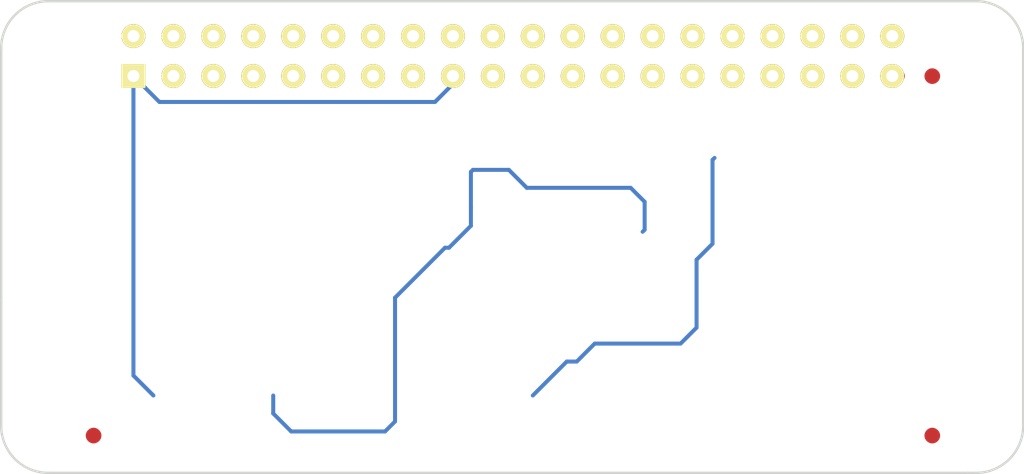
<source format=kicad_pcb>
(kicad_pcb (version 4) (host pcbnew 0.201601061458+6427~40~ubuntu14.04.1-stable)

  (general
    (links 9)
    (no_connects 8)
    (area 107.13168 71.05142 178.28088 115.508421)
    (thickness 1.6)
    (drawings 12)
    (tracks 45)
    (zones 0)
    (modules 8)
    (nets 10)
  )

  (page A3)
  (layers
    (0 F.Cu signal)
    (31 B.Cu signal hide)
    (32 B.Adhes user)
    (33 F.Adhes user)
    (34 B.Paste user)
    (35 F.Paste user)
    (36 B.SilkS user)
    (37 F.SilkS user)
    (38 B.Mask user)
    (39 F.Mask user)
    (40 Dwgs.User user)
    (41 Cmts.User user)
    (42 Eco1.User user)
    (43 Eco2.User user)
    (44 Edge.Cuts user)
  )

  (setup
    (last_trace_width 0.254)
    (user_trace_width 0.6)
    (trace_clearance 0.254)
    (zone_clearance 0.508)
    (zone_45_only no)
    (trace_min 0.254)
    (segment_width 0.2)
    (edge_width 0.15)
    (via_size 0.889)
    (via_drill 0.635)
    (via_min_size 0.889)
    (via_min_drill 0.508)
    (uvia_size 0.508)
    (uvia_drill 0.127)
    (uvias_allowed no)
    (uvia_min_size 0.508)
    (uvia_min_drill 0.127)
    (pcb_text_width 0.3)
    (pcb_text_size 1 1)
    (mod_edge_width 0.15)
    (mod_text_size 1 1)
    (mod_text_width 0.15)
    (pad_size 0.97 0.97)
    (pad_drill 0.97)
    (pad_to_mask_clearance 0)
    (aux_axis_origin 117.8687 84.2645)
    (grid_origin 117.91188 84.25942)
    (visible_elements FFFFFF1F)
    (pcbplotparams
      (layerselection 0x010e8_80000001)
      (usegerberextensions true)
      (excludeedgelayer true)
      (linewidth 0.150000)
      (plotframeref false)
      (viasonmask false)
      (mode 1)
      (useauxorigin false)
      (hpglpennumber 1)
      (hpglpenspeed 20)
      (hpglpendiameter 15)
      (hpglpenoverlay 2)
      (psnegative false)
      (psa4output false)
      (plotreference false)
      (plotvalue true)
      (plotinvisibletext false)
      (padsonsilk false)
      (subtractmaskfromsilk false)
      (outputformat 1)
      (mirror false)
      (drillshape 0)
      (scaleselection 1)
      (outputdirectory ""))
  )

  (net 0 "")
  (net 1 GND)
  (net 2 "Net-(P2-Pad3)")
  (net 3 +3V3)
  (net 4 "Net-(P1-Pad4)")
  (net 5 "Net-(P1-Pad3)")
  (net 6 "Net-(P1-Pad5)")
  (net 7 "Net-(P2-Pad4)")
  (net 8 "Net-(P2-Pad5)")
  (net 9 "Net-(C5-Pad1)")

  (net_class Default "This is the default net class."
    (clearance 0.254)
    (trace_width 0.254)
    (via_dia 0.889)
    (via_drill 0.635)
    (uvia_dia 0.508)
    (uvia_drill 0.127)
    (add_net +3V3)
    (add_net GND)
    (add_net "Net-(C5-Pad1)")
    (add_net "Net-(P1-Pad3)")
    (add_net "Net-(P1-Pad4)")
    (add_net "Net-(P1-Pad5)")
    (add_net "Net-(P2-Pad3)")
    (add_net "Net-(P2-Pad4)")
    (add_net "Net-(P2-Pad5)")
  )

  (module Power:PHAT (layer F.Cu) (tedit 566C91DA) (tstamp 566C6E6A)
    (at 117.91188 82.98942 90)
    (path /5668F584)
    (fp_text reference U3 (at 0 -2.54 90) (layer F.SilkS) hide
      (effects (font (size 1 1) (thickness 0.15)))
    )
    (fp_text value HATconnector (at 0 -3.81 90) (layer F.Fab)
      (effects (font (size 1 1) (thickness 0.15)))
    )
    (pad 1 thru_hole rect (at -1.27 0 90) (size 1.524 1.524) (drill 0.762) (layers *.Cu *.Mask F.SilkS)
      (net 3 +3V3))
    (pad 2 thru_hole circle (at 1.27 0 90) (size 1.524 1.524) (drill 0.762) (layers *.Cu *.Mask F.SilkS)
      (net 9 "Net-(C5-Pad1)"))
    (pad 3 thru_hole circle (at -1.27 2.54 90) (size 1.524 1.524) (drill 0.762) (layers *.Cu *.Mask F.SilkS))
    (pad 4 thru_hole circle (at 1.27 2.54 90) (size 1.524 1.524) (drill 0.762) (layers *.Cu *.Mask F.SilkS)
      (net 9 "Net-(C5-Pad1)"))
    (pad 5 thru_hole circle (at -1.27 5.08 90) (size 1.524 1.524) (drill 0.762) (layers *.Cu *.Mask F.SilkS))
    (pad 6 thru_hole circle (at 1.27 5.08 90) (size 1.524 1.524) (drill 0.762) (layers *.Cu *.Mask F.SilkS)
      (net 1 GND))
    (pad 7 thru_hole circle (at -1.27 7.62 90) (size 1.524 1.524) (drill 0.762) (layers *.Cu *.Mask F.SilkS))
    (pad 8 thru_hole circle (at 1.27 7.62 90) (size 1.524 1.524) (drill 0.762) (layers *.Cu *.Mask F.SilkS))
    (pad 9 thru_hole circle (at -1.27 10.16 90) (size 1.524 1.524) (drill 0.762) (layers *.Cu *.Mask F.SilkS)
      (net 1 GND))
    (pad 10 thru_hole circle (at 1.27 10.16 90) (size 1.524 1.524) (drill 0.762) (layers *.Cu *.Mask F.SilkS))
    (pad 11 thru_hole circle (at -1.27 12.7 90) (size 1.524 1.524) (drill 0.762) (layers *.Cu *.Mask F.SilkS))
    (pad 12 thru_hole circle (at 1.27 12.7 90) (size 1.524 1.524) (drill 0.762) (layers *.Cu *.Mask F.SilkS))
    (pad 13 thru_hole circle (at -1.27 15.24 90) (size 1.524 1.524) (drill 0.762) (layers *.Cu *.Mask F.SilkS))
    (pad 14 thru_hole circle (at 1.27 15.24 90) (size 1.524 1.524) (drill 0.762) (layers *.Cu *.Mask F.SilkS)
      (net 1 GND))
    (pad 15 thru_hole circle (at -1.27 17.78 90) (size 1.524 1.524) (drill 0.762) (layers *.Cu *.Mask F.SilkS))
    (pad 16 thru_hole circle (at 1.27 17.78 90) (size 1.524 1.524) (drill 0.762) (layers *.Cu *.Mask F.SilkS))
    (pad 17 thru_hole circle (at -1.27 20.32 90) (size 1.524 1.524) (drill 0.762) (layers *.Cu *.Mask F.SilkS)
      (net 3 +3V3))
    (pad 18 thru_hole circle (at 1.27 20.32 90) (size 1.524 1.524) (drill 0.762) (layers *.Cu *.Mask F.SilkS))
    (pad 19 thru_hole circle (at -1.27 22.86 90) (size 1.524 1.524) (drill 0.762) (layers *.Cu *.Mask F.SilkS))
    (pad 20 thru_hole circle (at 1.27 22.86 90) (size 1.524 1.524) (drill 0.762) (layers *.Cu *.Mask F.SilkS)
      (net 1 GND))
    (pad 21 thru_hole circle (at -1.27 25.4 90) (size 1.524 1.524) (drill 0.762) (layers *.Cu *.Mask F.SilkS))
    (pad 22 thru_hole circle (at 1.27 25.4 90) (size 1.524 1.524) (drill 0.762) (layers *.Cu *.Mask F.SilkS)
      (net 2 "Net-(P2-Pad3)"))
    (pad 23 thru_hole circle (at -1.27 27.94 90) (size 1.524 1.524) (drill 0.762) (layers *.Cu *.Mask F.SilkS))
    (pad 24 thru_hole circle (at 1.27 27.94 90) (size 1.524 1.524) (drill 0.762) (layers *.Cu *.Mask F.SilkS))
    (pad 25 thru_hole circle (at -1.27 30.48 90) (size 1.524 1.524) (drill 0.762) (layers *.Cu *.Mask F.SilkS)
      (net 1 GND))
    (pad 26 thru_hole circle (at 1.27 30.48 90) (size 1.524 1.524) (drill 0.762) (layers *.Cu *.Mask F.SilkS)
      (net 7 "Net-(P2-Pad4)"))
    (pad 27 thru_hole circle (at -1.27 33.02 90) (size 1.524 1.524) (drill 0.762) (layers *.Cu *.Mask F.SilkS))
    (pad 28 thru_hole circle (at 1.27 33.02 90) (size 1.524 1.524) (drill 0.762) (layers *.Cu *.Mask F.SilkS))
    (pad 29 thru_hole circle (at -1.27 35.56 90) (size 1.524 1.524) (drill 0.762) (layers *.Cu *.Mask F.SilkS))
    (pad 30 thru_hole circle (at 1.27 35.56 90) (size 1.524 1.524) (drill 0.762) (layers *.Cu *.Mask F.SilkS)
      (net 1 GND))
    (pad 31 thru_hole circle (at -1.27 38.1 90) (size 1.524 1.524) (drill 0.762) (layers *.Cu *.Mask F.SilkS))
    (pad 32 thru_hole circle (at 1.27 38.1 90) (size 1.524 1.524) (drill 0.762) (layers *.Cu *.Mask F.SilkS))
    (pad 33 thru_hole circle (at -1.27 40.64 90) (size 1.524 1.524) (drill 0.762) (layers *.Cu *.Mask F.SilkS))
    (pad 34 thru_hole circle (at 1.27 40.64 90) (size 1.524 1.524) (drill 0.762) (layers *.Cu *.Mask F.SilkS)
      (net 1 GND))
    (pad 35 thru_hole circle (at -1.27 43.18 90) (size 1.524 1.524) (drill 0.762) (layers *.Cu *.Mask F.SilkS)
      (net 8 "Net-(P2-Pad5)"))
    (pad 36 thru_hole circle (at 1.27 43.18 90) (size 1.524 1.524) (drill 0.762) (layers *.Cu *.Mask F.SilkS))
    (pad 37 thru_hole circle (at -1.27 45.72 90) (size 1.524 1.524) (drill 0.762) (layers *.Cu *.Mask F.SilkS)
      (net 5 "Net-(P1-Pad3)"))
    (pad 38 thru_hole circle (at 1.27 45.72 90) (size 1.524 1.524) (drill 0.762) (layers *.Cu *.Mask F.SilkS)
      (net 4 "Net-(P1-Pad4)"))
    (pad 39 thru_hole circle (at -1.27 48.26 90) (size 1.524 1.524) (drill 0.762) (layers *.Cu *.Mask F.SilkS)
      (net 1 GND))
    (pad 40 thru_hole circle (at 1.27 48.26 90) (size 1.524 1.524) (drill 0.762) (layers *.Cu *.Mask F.SilkS)
      (net 6 "Net-(P1-Pad5)"))
    (model Socket_Strips.3dshapes/Socket_Strip_Straight_2x20.wrl
      (at (xyz 0 -0.95 -0.05))
      (scale (xyz 1 1 1))
      (rotate (xyz 0 180 90))
    )
  )

  (module 1pin (layer F.Cu) (tedit 5644D4E6) (tstamp 563ABCB6)
    (at 171 106)
    (descr "module 1 pin (ou trou mecanique de percage)")
    (tags DEV)
    (path 1pin)
    (fp_text reference 1PIN (at 0 -3.048) (layer F.SilkS) hide
      (effects (font (size 1.016 1.016) (thickness 0.254)))
    )
    (fp_text value P*** (at 0 2.794) (layer F.SilkS) hide
      (effects (font (size 1.016 1.016) (thickness 0.254)))
    )
    (pad "" np_thru_hole circle (at 0 0) (size 2.75 2.75) (drill 2.75) (layers *.Cu))
  )

  (module 1pin (layer F.Cu) (tedit 5644D50C) (tstamp 563AB3A9)
    (at 113 106)
    (descr "module 1 pin (ou trou mecanique de percage)")
    (tags DEV)
    (path 1pin)
    (fp_text reference 1PIN (at 0 -3.048) (layer F.SilkS) hide
      (effects (font (size 1.016 1.016) (thickness 0.254)))
    )
    (fp_text value P*** (at 0 2.794) (layer F.SilkS) hide
      (effects (font (size 1.016 1.016) (thickness 0.254)))
    )
    (pad "" np_thru_hole circle (at 0 0) (size 2.75 2.75) (drill 2.75) (layers *.Cu))
  )

  (module 1pin (layer F.Cu) (tedit 5644D4F1) (tstamp 563AB381)
    (at 171 83)
    (descr "module 1 pin (ou trou mecanique de percage)")
    (tags DEV)
    (path 1pin)
    (fp_text reference 1PIN (at 0 -3.048) (layer F.SilkS) hide
      (effects (font (size 1.016 1.016) (thickness 0.254)))
    )
    (fp_text value P*** (at 0 2.794) (layer F.SilkS) hide
      (effects (font (size 1.016 1.016) (thickness 0.254)))
    )
    (pad "" np_thru_hole circle (at 0 0) (size 2.75 2.75) (drill 2.75) (layers *.Cu))
  )

  (module 1pin (layer F.Cu) (tedit 5644D590) (tstamp 563AB348)
    (at 113 83)
    (descr "module 1 pin (ou trou mecanique de percage)")
    (tags DEV)
    (path 1pin)
    (fp_text reference 1PIN (at 0 -3.048) (layer F.SilkS) hide
      (effects (font (size 1.016 1.016) (thickness 0.254)))
    )
    (fp_text value P*** (at 0 2.794) (layer F.SilkS) hide
      (effects (font (size 1.016 1.016) (thickness 0.254)))
    )
    (pad "" np_thru_hole circle (at 0 0) (size 2.75 2.75) (drill 2.75) (layers *.Cu))
  )

  (module DiscoCap:FIDUCIAL (layer F.Cu) (tedit 56448127) (tstamp 564635FB)
    (at 115.37188 107.11942)
    (path /5643995F)
    (fp_text reference FID1 (at 0 6.35) (layer F.SilkS) hide
      (effects (font (thickness 0.3048)))
    )
    (fp_text value FIDUCIAL (at 0 3.81) (layer F.SilkS) hide
      (effects (font (thickness 0.3048)))
    )
    (fp_poly (pts (xy 0.50038 0.00762) (xy 0.49784 0.0762) (xy 0.48514 0.13716) (xy 0.46228 0.19812)
      (xy 0.4318 0.25908) (xy 0.4191 0.27686) (xy 0.37846 0.33274) (xy 0.3302 0.37846)
      (xy 0.27686 0.42164) (xy 0.2159 0.45466) (xy 0.1524 0.48006) (xy 0.0889 0.49784)
      (xy 0.02286 0.50546) (xy -0.0381 0.50546) (xy -0.04318 0.50546) (xy -0.11176 0.49022)
      (xy -0.1778 0.46736) (xy -0.2413 0.43688) (xy -0.29972 0.39624) (xy -0.35052 0.35052)
      (xy -0.37338 0.32512) (xy -0.4191 0.26416) (xy -0.45212 0.20066) (xy -0.47498 0.13462)
      (xy -0.48768 0.0635) (xy -0.49276 -0.00254) (xy -0.48514 -0.07112) (xy -0.46736 -0.1397)
      (xy -0.43942 -0.20828) (xy -0.42672 -0.23368) (xy -0.38608 -0.2921) (xy -0.33782 -0.34544)
      (xy -0.28194 -0.3937) (xy -0.22098 -0.4318) (xy -0.15494 -0.46228) (xy -0.1016 -0.47752)
      (xy -0.03302 -0.48768) (xy 0.03302 -0.48768) (xy 0.1016 -0.48006) (xy 0.16764 -0.45974)
      (xy 0.2286 -0.4318) (xy 0.28702 -0.39624) (xy 0.34036 -0.35306) (xy 0.38862 -0.30226)
      (xy 0.42926 -0.24638) (xy 0.46228 -0.18288) (xy 0.46228 -0.18034) (xy 0.48006 -0.1397)
      (xy 0.49022 -0.1016) (xy 0.49784 -0.06604) (xy 0.50038 -0.0254) (xy 0.50038 0.00762)
      (xy 0.50038 0.00762)) (layer F.Cu) (width 0.00254))
    (fp_poly (pts (xy 0.97028 0.03302) (xy 0.96266 0.13208) (xy 0.94234 0.2286) (xy 0.9144 0.32512)
      (xy 0.8763 0.4191) (xy 0.82804 0.508) (xy 0.80518 0.5461) (xy 0.74422 0.62738)
      (xy 0.67564 0.70104) (xy 0.59944 0.76708) (xy 0.54102 0.81026) (xy 0.45212 0.86106)
      (xy 0.35814 0.90424) (xy 0.26162 0.93726) (xy 0.1651 0.96012) (xy 0.0635 0.97282)
      (xy -0.03302 0.97536) (xy -0.09652 0.97028) (xy -0.19812 0.95504) (xy -0.29718 0.92964)
      (xy -0.39116 0.89154) (xy -0.48006 0.84582) (xy -0.56388 0.79248) (xy -0.64262 0.72898)
      (xy -0.71374 0.6604) (xy -0.77978 0.58166) (xy -0.80518 0.5461) (xy -0.85598 0.4572)
      (xy -0.89916 0.36322) (xy -0.93218 0.26924) (xy -0.95504 0.17272) (xy -0.96774 0.07366)
      (xy -0.97028 -0.02286) (xy -0.96266 -0.11938) (xy -0.94234 -0.21844) (xy -0.9144 -0.31496)
      (xy -0.8763 -0.4064) (xy -0.82804 -0.49784) (xy -0.80518 -0.5334) (xy -0.74422 -0.61722)
      (xy -0.67564 -0.69088) (xy -0.59944 -0.75438) (xy -0.54102 -0.79756) (xy -0.45212 -0.8509)
      (xy -0.35814 -0.89408) (xy -0.26416 -0.9271) (xy -0.16764 -0.94996) (xy -0.06858 -0.96266)
      (xy 0.02794 -0.9652) (xy 0.12446 -0.95504) (xy 0.22352 -0.93726) (xy 0.32004 -0.90932)
      (xy 0.41148 -0.87122) (xy 0.50292 -0.82296) (xy 0.54102 -0.79756) (xy 0.6223 -0.7366)
      (xy 0.69596 -0.67056) (xy 0.762 -0.59436) (xy 0.80518 -0.5334) (xy 0.85598 -0.44704)
      (xy 0.89916 -0.35306) (xy 0.93218 -0.25908) (xy 0.95504 -0.16256) (xy 0.96774 -0.0635)
      (xy 0.97028 0.03302) (xy 0.97028 0.03302)) (layer F.Mask) (width 0.00254))
  )

  (module DiscoCap:FIDUCIAL (layer F.Cu) (tedit 56448135) (tstamp 56463601)
    (at 168.71188 107.11942)
    (path /564399F2)
    (fp_text reference FID2 (at 0 6.35) (layer F.SilkS) hide
      (effects (font (thickness 0.3048)))
    )
    (fp_text value FIDUCIAL (at 0 3.81) (layer F.SilkS) hide
      (effects (font (thickness 0.3048)))
    )
    (fp_poly (pts (xy 0.50038 0.00762) (xy 0.49784 0.0762) (xy 0.48514 0.13716) (xy 0.46228 0.19812)
      (xy 0.4318 0.25908) (xy 0.4191 0.27686) (xy 0.37846 0.33274) (xy 0.3302 0.37846)
      (xy 0.27686 0.42164) (xy 0.2159 0.45466) (xy 0.1524 0.48006) (xy 0.0889 0.49784)
      (xy 0.02286 0.50546) (xy -0.0381 0.50546) (xy -0.04318 0.50546) (xy -0.11176 0.49022)
      (xy -0.1778 0.46736) (xy -0.2413 0.43688) (xy -0.29972 0.39624) (xy -0.35052 0.35052)
      (xy -0.37338 0.32512) (xy -0.4191 0.26416) (xy -0.45212 0.20066) (xy -0.47498 0.13462)
      (xy -0.48768 0.0635) (xy -0.49276 -0.00254) (xy -0.48514 -0.07112) (xy -0.46736 -0.1397)
      (xy -0.43942 -0.20828) (xy -0.42672 -0.23368) (xy -0.38608 -0.2921) (xy -0.33782 -0.34544)
      (xy -0.28194 -0.3937) (xy -0.22098 -0.4318) (xy -0.15494 -0.46228) (xy -0.1016 -0.47752)
      (xy -0.03302 -0.48768) (xy 0.03302 -0.48768) (xy 0.1016 -0.48006) (xy 0.16764 -0.45974)
      (xy 0.2286 -0.4318) (xy 0.28702 -0.39624) (xy 0.34036 -0.35306) (xy 0.38862 -0.30226)
      (xy 0.42926 -0.24638) (xy 0.46228 -0.18288) (xy 0.46228 -0.18034) (xy 0.48006 -0.1397)
      (xy 0.49022 -0.1016) (xy 0.49784 -0.06604) (xy 0.50038 -0.0254) (xy 0.50038 0.00762)
      (xy 0.50038 0.00762)) (layer F.Cu) (width 0.00254))
    (fp_poly (pts (xy 0.97028 0.03302) (xy 0.96266 0.13208) (xy 0.94234 0.2286) (xy 0.9144 0.32512)
      (xy 0.8763 0.4191) (xy 0.82804 0.508) (xy 0.80518 0.5461) (xy 0.74422 0.62738)
      (xy 0.67564 0.70104) (xy 0.59944 0.76708) (xy 0.54102 0.81026) (xy 0.45212 0.86106)
      (xy 0.35814 0.90424) (xy 0.26162 0.93726) (xy 0.1651 0.96012) (xy 0.0635 0.97282)
      (xy -0.03302 0.97536) (xy -0.09652 0.97028) (xy -0.19812 0.95504) (xy -0.29718 0.92964)
      (xy -0.39116 0.89154) (xy -0.48006 0.84582) (xy -0.56388 0.79248) (xy -0.64262 0.72898)
      (xy -0.71374 0.6604) (xy -0.77978 0.58166) (xy -0.80518 0.5461) (xy -0.85598 0.4572)
      (xy -0.89916 0.36322) (xy -0.93218 0.26924) (xy -0.95504 0.17272) (xy -0.96774 0.07366)
      (xy -0.97028 -0.02286) (xy -0.96266 -0.11938) (xy -0.94234 -0.21844) (xy -0.9144 -0.31496)
      (xy -0.8763 -0.4064) (xy -0.82804 -0.49784) (xy -0.80518 -0.5334) (xy -0.74422 -0.61722)
      (xy -0.67564 -0.69088) (xy -0.59944 -0.75438) (xy -0.54102 -0.79756) (xy -0.45212 -0.8509)
      (xy -0.35814 -0.89408) (xy -0.26416 -0.9271) (xy -0.16764 -0.94996) (xy -0.06858 -0.96266)
      (xy 0.02794 -0.9652) (xy 0.12446 -0.95504) (xy 0.22352 -0.93726) (xy 0.32004 -0.90932)
      (xy 0.41148 -0.87122) (xy 0.50292 -0.82296) (xy 0.54102 -0.79756) (xy 0.6223 -0.7366)
      (xy 0.69596 -0.67056) (xy 0.762 -0.59436) (xy 0.80518 -0.5334) (xy 0.85598 -0.44704)
      (xy 0.89916 -0.35306) (xy 0.93218 -0.25908) (xy 0.95504 -0.16256) (xy 0.96774 -0.0635)
      (xy 0.97028 0.03302) (xy 0.97028 0.03302)) (layer F.Mask) (width 0.00254))
  )

  (module DiscoCap:FIDUCIAL (layer F.Cu) (tedit 5644816A) (tstamp 56463607)
    (at 168.71188 84.25942)
    (path /56439A87)
    (fp_text reference FID3 (at 0 -11.43) (layer F.SilkS) hide
      (effects (font (thickness 0.3048)))
    )
    (fp_text value FIDUCIAL (at 0 -8.89) (layer F.SilkS) hide
      (effects (font (thickness 0.3048)))
    )
    (fp_poly (pts (xy 0.50038 0.00762) (xy 0.49784 0.0762) (xy 0.48514 0.13716) (xy 0.46228 0.19812)
      (xy 0.4318 0.25908) (xy 0.4191 0.27686) (xy 0.37846 0.33274) (xy 0.3302 0.37846)
      (xy 0.27686 0.42164) (xy 0.2159 0.45466) (xy 0.1524 0.48006) (xy 0.0889 0.49784)
      (xy 0.02286 0.50546) (xy -0.0381 0.50546) (xy -0.04318 0.50546) (xy -0.11176 0.49022)
      (xy -0.1778 0.46736) (xy -0.2413 0.43688) (xy -0.29972 0.39624) (xy -0.35052 0.35052)
      (xy -0.37338 0.32512) (xy -0.4191 0.26416) (xy -0.45212 0.20066) (xy -0.47498 0.13462)
      (xy -0.48768 0.0635) (xy -0.49276 -0.00254) (xy -0.48514 -0.07112) (xy -0.46736 -0.1397)
      (xy -0.43942 -0.20828) (xy -0.42672 -0.23368) (xy -0.38608 -0.2921) (xy -0.33782 -0.34544)
      (xy -0.28194 -0.3937) (xy -0.22098 -0.4318) (xy -0.15494 -0.46228) (xy -0.1016 -0.47752)
      (xy -0.03302 -0.48768) (xy 0.03302 -0.48768) (xy 0.1016 -0.48006) (xy 0.16764 -0.45974)
      (xy 0.2286 -0.4318) (xy 0.28702 -0.39624) (xy 0.34036 -0.35306) (xy 0.38862 -0.30226)
      (xy 0.42926 -0.24638) (xy 0.46228 -0.18288) (xy 0.46228 -0.18034) (xy 0.48006 -0.1397)
      (xy 0.49022 -0.1016) (xy 0.49784 -0.06604) (xy 0.50038 -0.0254) (xy 0.50038 0.00762)
      (xy 0.50038 0.00762)) (layer F.Cu) (width 0.00254))
    (fp_poly (pts (xy 0.97028 0.03302) (xy 0.96266 0.13208) (xy 0.94234 0.2286) (xy 0.9144 0.32512)
      (xy 0.8763 0.4191) (xy 0.82804 0.508) (xy 0.80518 0.5461) (xy 0.74422 0.62738)
      (xy 0.67564 0.70104) (xy 0.59944 0.76708) (xy 0.54102 0.81026) (xy 0.45212 0.86106)
      (xy 0.35814 0.90424) (xy 0.26162 0.93726) (xy 0.1651 0.96012) (xy 0.0635 0.97282)
      (xy -0.03302 0.97536) (xy -0.09652 0.97028) (xy -0.19812 0.95504) (xy -0.29718 0.92964)
      (xy -0.39116 0.89154) (xy -0.48006 0.84582) (xy -0.56388 0.79248) (xy -0.64262 0.72898)
      (xy -0.71374 0.6604) (xy -0.77978 0.58166) (xy -0.80518 0.5461) (xy -0.85598 0.4572)
      (xy -0.89916 0.36322) (xy -0.93218 0.26924) (xy -0.95504 0.17272) (xy -0.96774 0.07366)
      (xy -0.97028 -0.02286) (xy -0.96266 -0.11938) (xy -0.94234 -0.21844) (xy -0.9144 -0.31496)
      (xy -0.8763 -0.4064) (xy -0.82804 -0.49784) (xy -0.80518 -0.5334) (xy -0.74422 -0.61722)
      (xy -0.67564 -0.69088) (xy -0.59944 -0.75438) (xy -0.54102 -0.79756) (xy -0.45212 -0.8509)
      (xy -0.35814 -0.89408) (xy -0.26416 -0.9271) (xy -0.16764 -0.94996) (xy -0.06858 -0.96266)
      (xy 0.02794 -0.9652) (xy 0.12446 -0.95504) (xy 0.22352 -0.93726) (xy 0.32004 -0.90932)
      (xy 0.41148 -0.87122) (xy 0.50292 -0.82296) (xy 0.54102 -0.79756) (xy 0.6223 -0.7366)
      (xy 0.69596 -0.67056) (xy 0.762 -0.59436) (xy 0.80518 -0.5334) (xy 0.85598 -0.44704)
      (xy 0.89916 -0.35306) (xy 0.93218 -0.25908) (xy 0.95504 -0.16256) (xy 0.96774 -0.0635)
      (xy 0.97028 0.03302) (xy 0.97028 0.03302)) (layer F.Mask) (width 0.00254))
  )

  (gr_line (start 171.5 109.5) (end 170.95 109.5) (angle 90) (layer Edge.Cuts) (width 0.15))
  (gr_line (start 174.5 106.05) (end 174.5 106.5) (angle 90) (layer Edge.Cuts) (width 0.15))
  (gr_line (start 174.5 82.5) (end 174.5 106.05) (angle 90) (layer Edge.Cuts) (width 0.15))
  (gr_line (start 112.5 109.5) (end 170.95 109.5) (angle 90) (layer Edge.Cuts) (width 0.15))
  (gr_line (start 109.5 98.5) (end 109.5 106.5) (angle 90) (layer Edge.Cuts) (width 0.15))
  (gr_line (start 112.5 79.5) (end 171 79.5) (angle 90) (layer Edge.Cuts) (width 0.15))
  (gr_line (start 109.5 98.5) (end 109.5 82.5) (angle 90) (layer Edge.Cuts) (width 0.15))
  (gr_arc (start 112.5 106.5) (end 112.5 109.5) (angle 90) (layer Edge.Cuts) (width 0.15))
  (gr_arc (start 171.5 106.5) (end 174.5 106.5) (angle 90) (layer Edge.Cuts) (width 0.15))
  (gr_line (start 171.5 79.5) (end 171 79.5) (angle 90) (layer Edge.Cuts) (width 0.15))
  (gr_arc (start 171.5 82.5) (end 171.5 79.5) (angle 90) (layer Edge.Cuts) (width 0.15))
  (gr_arc (start 112.5 82.5) (end 109.5 82.5) (angle 90) (layer Edge.Cuts) (width 0.15))

  (segment (start 143.31188 104.57942) (end 145.47088 102.42042) (width 0.254) (layer B.Cu) (net 0))
  (segment (start 154.74188 89.59342) (end 154.86888 89.46642) (width 0.254) (layer B.Cu) (net 0) (tstamp 566C8C7A))
  (segment (start 154.74188 94.92742) (end 154.74188 89.59342) (width 0.254) (layer B.Cu) (net 0) (tstamp 566C8C76))
  (segment (start 153.72588 95.94342) (end 154.74188 94.92742) (width 0.254) (layer B.Cu) (net 0) (tstamp 566C8C74))
  (segment (start 153.72588 100.26142) (end 153.72588 95.94342) (width 0.254) (layer B.Cu) (net 0) (tstamp 566C8C72))
  (segment (start 152.70988 101.27742) (end 153.72588 100.26142) (width 0.254) (layer B.Cu) (net 0) (tstamp 566C8C71))
  (segment (start 147.24888 101.27742) (end 152.70988 101.27742) (width 0.254) (layer B.Cu) (net 0) (tstamp 566C8C6D))
  (segment (start 146.10588 102.42042) (end 147.24888 101.27742) (width 0.254) (layer B.Cu) (net 0) (tstamp 566C8C6A))
  (segment (start 145.47088 102.42042) (end 146.10588 102.42042) (width 0.254) (layer B.Cu) (net 0) (tstamp 566C8C65))
  (segment (start 139.37488 92.64142) (end 139.37488 90.35542) (width 0.254) (layer B.Cu) (net 0))
  (segment (start 150.42388 92.26042) (end 150.42388 94.03842) (width 0.254) (layer B.Cu) (net 0) (tstamp 566C8E30))
  (segment (start 149.53488 91.37142) (end 150.42388 92.26042) (width 0.254) (layer B.Cu) (net 0) (tstamp 566C8E2A))
  (segment (start 142.93088 91.37142) (end 149.53488 91.37142) (width 0.254) (layer B.Cu) (net 0) (tstamp 566C8E28))
  (segment (start 141.78788 90.22842) (end 142.93088 91.37142) (width 0.254) (layer B.Cu) (net 0) (tstamp 566C8E26))
  (segment (start 139.50188 90.22842) (end 141.78788 90.22842) (width 0.254) (layer B.Cu) (net 0) (tstamp 566C8E24))
  (segment (start 139.37488 90.35542) (end 139.50188 90.22842) (width 0.254) (layer B.Cu) (net 0) (tstamp 566C8E21))
  (segment (start 150.42388 94.03842) (end 150.29688 94.16542) (width 0.254) (layer B.Cu) (net 0) (tstamp 566C8E32))
  (segment (start 126.80188 104.57942) (end 126.80188 105.72242) (width 0.254) (layer B.Cu) (net 0))
  (segment (start 139.37488 93.78442) (end 139.37488 92.64142) (width 0.254) (layer B.Cu) (net 0) (tstamp 566C7AF1))
  (segment (start 137.97788 95.18142) (end 139.37488 93.78442) (width 0.254) (layer B.Cu) (net 0) (tstamp 566C7AF0))
  (segment (start 137.72388 95.18142) (end 137.97788 95.18142) (width 0.254) (layer B.Cu) (net 0) (tstamp 566C7AEE))
  (segment (start 134.54888 98.35642) (end 137.72388 95.18142) (width 0.254) (layer B.Cu) (net 0) (tstamp 566C7AEC))
  (segment (start 134.54888 106.23042) (end 134.54888 98.35642) (width 0.254) (layer B.Cu) (net 0) (tstamp 566C7AEB))
  (segment (start 133.91388 106.86542) (end 134.54888 106.23042) (width 0.254) (layer B.Cu) (net 0) (tstamp 566C7AE9))
  (segment (start 127.94488 106.86542) (end 133.91388 106.86542) (width 0.254) (layer B.Cu) (net 0) (tstamp 566C7AE7))
  (segment (start 126.80188 105.72242) (end 127.94488 106.86542) (width 0.254) (layer B.Cu) (net 0) (tstamp 566C7AE5))
  (segment (start 148.39188 84.25942) (end 148.51888 84.25942) (width 0.254) (layer F.Cu) (net 1))
  (segment (start 166.67988 84.25942) (end 166.17188 84.25942) (width 0.6) (layer F.Cu) (net 1) (tstamp 566C7AB3))
  (segment (start 166.17188 84.00542) (end 166.17188 84.25942) (width 0.254) (layer F.Cu) (net 1) (tstamp 566C7AAA))
  (segment (start 128.07188 84.25942) (end 128.19888 84.25942) (width 0.254) (layer F.Cu) (net 1))
  (segment (start 140.89888 81.59242) (end 140.77188 81.71942) (width 0.6) (layer F.Cu) (net 1) (tstamp 566C6FF8))
  (segment (start 122.99188 81.71942) (end 122.99188 81.33842) (width 0.6) (layer F.Cu) (net 1))
  (segment (start 143.31188 81.71942) (end 143.31188 81.84642) (width 0.254) (layer F.Cu) (net 2))
  (segment (start 143.31188 81.71942) (end 143.31188 81.97342) (width 0.254) (layer F.Cu) (net 2))
  (segment (start 138.23188 84.25942) (end 138.23188 84.76742) (width 0.254) (layer B.Cu) (net 3))
  (segment (start 138.23188 84.76742) (end 137.08888 85.91042) (width 0.254) (layer B.Cu) (net 3) (tstamp 566C8E96))
  (segment (start 119.56288 85.91042) (end 117.91188 84.25942) (width 0.254) (layer B.Cu) (net 3) (tstamp 566C8E9E))
  (segment (start 137.08888 85.91042) (end 119.56288 85.91042) (width 0.254) (layer B.Cu) (net 3) (tstamp 566C8E99))
  (segment (start 117.91188 84.25942) (end 117.91188 103.30942) (width 0.254) (layer B.Cu) (net 3))
  (segment (start 117.91188 103.30942) (end 119.18188 104.57942) (width 0.254) (layer B.Cu) (net 3) (tstamp 566C7A60))
  (segment (start 138.23188 84.25942) (end 138.23188 84.38642) (width 0.254) (layer F.Cu) (net 3))
  (segment (start 163.63188 84.25942) (end 163.63188 84.64042) (width 0.254) (layer F.Cu) (net 5))
  (segment (start 166.17188 81.71942) (end 166.17188 82.10042) (width 0.254) (layer F.Cu) (net 6))
  (segment (start 148.39188 81.71942) (end 148.39188 81.84642) (width 0.254) (layer B.Cu) (net 7))
  (segment (start 120.45188 81.71942) (end 120.45188 81.84642) (width 0.254) (layer F.Cu) (net 9))

)

</source>
